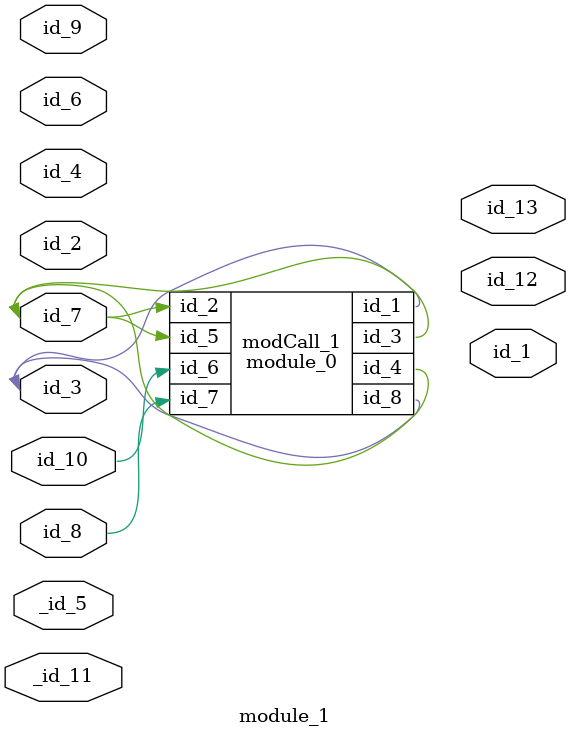
<source format=v>
module module_0 (
    id_1,
    id_2,
    id_3,
    id_4,
    id_5,
    id_6,
    id_7,
    id_8
);
  inout wire id_8;
  input wire id_7;
  input wire id_6;
  input wire id_5;
  inout wire id_4;
  output wire id_3;
  input wire id_2;
  inout wire id_1;
  assign id_1 = id_7;
endmodule
module module_1 #(
    parameter id_11 = 32'd81,
    parameter id_5  = 32'd20
) (
    id_1,
    id_2,
    id_3,
    id_4,
    _id_5,
    id_6,
    id_7,
    id_8,
    id_9,
    id_10,
    _id_11,
    id_12,
    id_13
);
  output wire id_13;
  output wire id_12;
  input wire _id_11;
  module_0 modCall_1 (
      id_3,
      id_7,
      id_7,
      id_7,
      id_7,
      id_10,
      id_8,
      id_3
  );
  input wire id_10;
  input wire id_9;
  input wire id_8;
  inout wire id_7;
  input wire id_6;
  inout wire _id_5;
  input wire id_4;
  inout wire id_3;
  input wire id_2;
  output wire id_1;
  wire [id_5 : id_11] id_14;
endmodule

</source>
